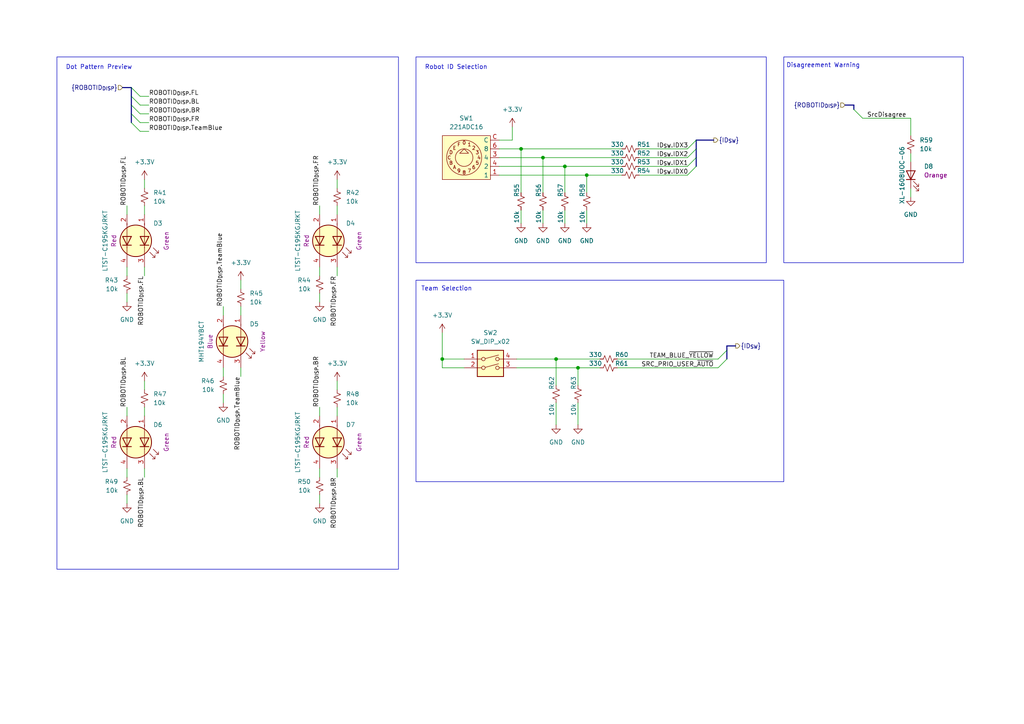
<source format=kicad_sch>
(kicad_sch (version 20231120) (generator "eeschema") (generator_version "8.0")
  (paper "A4")
  (title_block (title "Control") (date "2024-12-21") (rev "v3.0") (company "SSL A-Team") (comment 1 "Author: Will Stuckey"))
  (lib_symbols
    (symbol "AT-Switches:221ADC16"
      (property "Reference" "SW" (at 0 10.16 0))
      (property "Value" "221ADC16" (at 0 7.62 0))
      (symbol "221ADC16_0_0"
        (polyline (pts (xy -1.27 1.27) (xy 1.27 1.27) (xy 0 2.54) (xy -1.27 1.27)))
        (circle (center 0 0) (radius 2.54))
        (text "0" (at 0 4.318 0) (effects (font (size 1 1))))
        (text "1" (at 1.524 3.81 0) (effects (font (size 1 1))))
        (text "2" (at 2.794 2.794 0) (effects (font (size 1 1))))
        (text "3" (at 3.81 1.524 0) (effects (font (size 1 1))))
        (text "4" (at 4.318 0 0) (effects (font (size 1 1))))
        (text "5" (at 3.81 -1.524 0) (effects (font (size 1 1))))
        (text "6" (at 2.794 -2.794 0) (effects (font (size 1 1))))
        (text "7" (at 1.524 -3.81 0) (effects (font (size 1 1))))
        (text "8" (at 0 -4.318 0) (effects (font (size 1 1))))
        (text "9" (at -1.524 -3.81 0) (effects (font (size 1 1))))
        (text "A" (at -2.794 -2.794 0) (effects (font (size 1 1))))
        (text "B" (at -3.81 -1.524 0) (effects (font (size 1 1))))
        (text "C" (at -4.318 0 0) (effects (font (size 1 1))))
        (text "D" (at -3.81 1.524 0) (effects (font (size 1 1))))
        (text "E" (at -2.794 2.794 0) (effects (font (size 1 1))))
        (text "F" (at -1.524 3.81 0) (effects (font (size 1 1))))
      )
      (symbol "221ADC16_0_1"
        (rectangle (start -6.35 6.35) (end 7.62 -6.35) (fill (type background)))
        (circle (center 0 0) (radius 5.08))
      )
      (symbol "221ADC16_1_1"
        (pin passive line (at 10.16 -5.08 180) (length 2.54) (name "1") (number "1"))
        (pin passive line (at 10.16 0 180) (length 2.54) (name "4") (number "3"))
        (pin passive line (at 10.16 -2.54 180) (length 2.54) (name "2") (number "4"))
        (pin passive line (at 10.16 2.54 180) (length 2.54) (name "8") (number "6"))
        (pin passive line (at 10.16 5.08 180) (length 2.54) (name "C") (number "C"))
      )
    )
    (symbol "Device:LED" (pin_numbers hide) (pin_names (offset 1.016) hide)
      (property "Reference" "D" (at 0 2.54 0))
      (property "Value" "LED" (at 0 -2.54 0))
      (symbol "LED_0_1"
        (polyline (pts (xy -1.27 -1.27) (xy -1.27 1.27)) (stroke (width 0.254)))
        (polyline (pts (xy -1.27 0) (xy 1.27 0)))
        (polyline (pts (xy 1.27 -1.27) (xy 1.27 1.27) (xy -1.27 0) (xy 1.27 -1.27)) (stroke (width 0.254)))
        (polyline (pts (xy -3.048 -0.762) (xy -4.572 -2.286) (xy -3.81 -2.286) (xy -4.572 -2.286) (xy -4.572 -1.524)))
        (polyline (pts (xy -1.778 -0.762) (xy -3.302 -2.286) (xy -2.54 -2.286) (xy -3.302 -2.286) (xy -3.302 -1.524)))
      )
      (symbol "LED_1_1"
        (pin passive line (at -3.81 0 0) (length 2.54) (name "K") (number "1"))
        (pin passive line (at 3.81 0 180) (length 2.54) (name "A") (number "2"))
      )
    )
    (symbol "Device:LED_Dual_AAKK" (pin_names (offset 0) hide)
      (property "Reference" "D" (at 0 5.715 0))
      (property "Value" "LED_Dual_AAKK" (at 0 -6.35 0))
      (symbol "LED_Dual_AAKK_0_1"
        (polyline (pts (xy -5.08 -2.54) (xy 2.032 -2.54)))
        (polyline (pts (xy -5.08 2.54) (xy 2.032 2.54)))
        (polyline (pts (xy 1.27 -1.27) (xy 1.27 -3.81)) (stroke (width 0.254)))
        (polyline (pts (xy 1.27 3.81) (xy 1.27 1.27)) (stroke (width 0.254)))
        (polyline (pts (xy 3.81 -2.54) (xy 1.905 -2.54)))
        (polyline (pts (xy 3.81 2.54) (xy 1.905 2.54)))
        (polyline (pts (xy -1.27 -1.27) (xy -1.27 -3.81) (xy 1.27 -2.54) (xy -1.27 -1.27)) (stroke (width 0.254)))
        (polyline (pts (xy -1.27 3.81) (xy -1.27 1.27) (xy 1.27 2.54) (xy -1.27 3.81)) (stroke (width 0.254)))
        (polyline (pts (xy 2.032 5.08) (xy 3.556 6.604) (xy 2.794 6.604) (xy 3.556 6.604) (xy 3.556 5.842)))
        (polyline (pts (xy 3.302 4.064) (xy 4.826 5.588) (xy 4.064 5.588) (xy 4.826 5.588) (xy 4.826 4.826)))
        (circle (center 0 0) (radius 4.572) (stroke (width 0.254)) (fill (type background)))
      )
      (symbol "LED_Dual_AAKK_1_1"
        (pin input line (at -7.62 2.54 0) (length 3.048) (name "A1") (number "1"))
        (pin input line (at -7.62 -2.54 0) (length 3.048) (name "A2") (number "2"))
        (pin input line (at 7.62 2.54 180) (length 3.81) (name "K1") (number "3"))
        (pin input line (at 7.62 -2.54 180) (length 3.81) (name "K2") (number "4"))
      )
    )
    (symbol "Device:R_Small_US" (pin_numbers hide) (pin_names (offset 0.254) hide)
      (property "Reference" "R" (at 0.762 0.508 0))
      (property "Value" "R_Small_US" (at 0.762 -1.016 0))
      (symbol "R_Small_US_1_1"
        (polyline (pts (xy 0 0) (xy 1.016 -0.381) (xy 0 -0.762) (xy -1.016 -1.143) (xy 0 -1.524)))
        (polyline (pts (xy 0 1.524) (xy 1.016 1.143) (xy 0 0.762) (xy -1.016 0.381) (xy 0 0)))
        (pin passive line (at 0 2.54 270) (length 1.016) (name "~") (number "1"))
        (pin passive line (at 0 -2.54 90) (length 1.016) (name "~") (number "2"))
      )
    )
    (symbol "Switch:SW_DIP_x02" (pin_names (offset 0) hide)
      (property "Reference" "SW" (at 0 6.35 0))
      (property "Value" "SW_DIP_x02" (at 0 -3.81 0))
      (symbol "SW_DIP_x02_0_0"
        (circle (center -2.032 0) (radius 0.508))
        (circle (center -2.032 2.54) (radius 0.508))
        (polyline (pts (xy -1.524 0.127) (xy 2.3622 1.1684)))
        (polyline (pts (xy -1.524 2.667) (xy 2.3622 3.7084)))
        (circle (center 2.032 0) (radius 0.508))
        (circle (center 2.032 2.54) (radius 0.508))
      )
      (symbol "SW_DIP_x02_0_1"
        (rectangle (start -3.81 5.08) (end 3.81 -2.54) (stroke (width 0.254)) (fill (type background)))
      )
      (symbol "SW_DIP_x02_1_1"
        (pin passive line (at -7.62 2.54 0) (length 5.08) (name "~") (number "1"))
        (pin passive line (at -7.62 0 0) (length 5.08) (name "~") (number "2"))
        (pin passive line (at 7.62 0 180) (length 5.08) (name "~") (number "3"))
        (pin passive line (at 7.62 2.54 180) (length 5.08) (name "~") (number "4"))
      )
    )
    (symbol "power:+3.3V" (power) (pin_names (offset 0))
      (property "Value" "+3.3V" (at 0 3.556 0))
      (symbol "+3.3V_0_1"
        (polyline (pts (xy -0.762 1.27) (xy 0 2.54)))
        (polyline (pts (xy 0 0) (xy 0 2.54)))
        (polyline (pts (xy 0 2.54) (xy 0.762 1.27)))
      )
      (symbol "+3.3V_1_1"
        (pin power_in line (at 0 0 90) (length 0) hide (name "+3.3V") (number "1"))
      )
    )
    (symbol "power:GND" (power) (pin_names (offset 0))
      (property "Value" "GND" (at 0 -3.81 0))
      (symbol "GND_0_1"
        (polyline (pts (xy 0 0) (xy 0 -1.27) (xy 1.27 -1.27) (xy 0 -2.54) (xy -1.27 -1.27) (xy 0 -1.27)))
      )
      (symbol "GND_1_1"
        (pin power_in line (at 0 0 270) (length 0) hide (name "GND") (number "1"))
      )
    )
  )
  (bus_alias "ID_{SW}" (members "IDX0" "IDX1" "IDX2" "IDX3" "TEAM_BLUE_~{YELLOW}" "SRC_PRIO_USER_~{AUTO}"))
  (bus_alias "ROBOTID_{DISP}" (members "FL" "BL" "BR" "FR" "TeamBlue" "SrcDisagree"))
  (junction (at 163.83 48.26))
  (junction (at 161.29 104.14))
  (junction (at 151.13 43.18))
  (junction (at 170.18 50.8))
  (junction (at 157.48 45.72))
  (junction (at 128.27 104.14))
  (junction (at 167.64 106.68))
  (bus_entry (at 210.82 104.14) (size -2.54 2.54))
  (bus_entry (at 38.1 25.4) (size 2.54 2.54))
  (bus_entry (at 38.1 33.02) (size 2.54 2.54))
  (bus_entry (at 201.93 43.18) (size -2.54 2.54))
  (bus_entry (at 201.93 45.72) (size -2.54 2.54))
  (bus_entry (at 38.1 30.48) (size 2.54 2.54))
  (bus_entry (at 201.93 40.64) (size -2.54 2.54))
  (bus_entry (at 38.1 27.94) (size 2.54 2.54))
  (bus_entry (at 201.93 48.26) (size -2.54 2.54))
  (bus_entry (at 38.1 35.56) (size 2.54 2.54))
  (bus_entry (at 247.65 31.75) (size 2.54 2.54))
  (bus_entry (at 210.82 101.6) (size -2.54 2.54))
  (wire (pts (xy 151.13 43.18) (xy 151.13 55.88)))
  (wire (pts (xy 163.83 48.26) (xy 180.34 48.26)))
  (wire (pts (xy 41.91 52.07) (xy 41.91 54.61)))
  (bus (pts (xy 38.1 30.48) (xy 38.1 33.02)))
  (wire (pts (xy 128.27 104.14) (xy 134.62 104.14)))
  (wire (pts (xy 167.64 106.68) (xy 167.64 111.76)))
  (wire (pts (xy 97.79 59.69) (xy 97.79 62.23)))
  (wire (pts (xy 64.77 88.9) (xy 64.77 91.44)))
  (wire (pts (xy 36.83 143.51) (xy 36.83 146.05)))
  (wire (pts (xy 163.83 60.96) (xy 163.83 64.77)))
  (wire (pts (xy 144.78 45.72) (xy 157.48 45.72)))
  (wire (pts (xy 36.83 59.69) (xy 36.83 62.23)))
  (wire (pts (xy 36.83 77.47) (xy 36.83 80.01)))
  (wire (pts (xy 40.64 38.1) (xy 43.18 38.1)))
  (wire (pts (xy 41.91 138.43) (xy 41.91 135.89)))
  (wire (pts (xy 40.64 35.56) (xy 43.18 35.56)))
  (bus (pts (xy 210.82 100.33) (xy 210.82 101.6)))
  (wire (pts (xy 148.59 36.83) (xy 148.59 40.64)))
  (wire (pts (xy 97.79 138.43) (xy 97.79 135.89)))
  (wire (pts (xy 128.27 106.68) (xy 128.27 104.14)))
  (wire (pts (xy 144.78 48.26) (xy 163.83 48.26)))
  (wire (pts (xy 40.64 27.94) (xy 43.18 27.94)))
  (wire (pts (xy 92.71 77.47) (xy 92.71 80.01)))
  (wire (pts (xy 40.64 30.48) (xy 43.18 30.48)))
  (wire (pts (xy 40.64 33.02) (xy 43.18 33.02)))
  (bus (pts (xy 210.82 101.6) (xy 210.82 104.14)))
  (wire (pts (xy 97.79 52.07) (xy 97.79 54.61)))
  (wire (pts (xy 134.62 106.68) (xy 128.27 106.68)))
  (wire (pts (xy 167.64 106.68) (xy 173.99 106.68)))
  (wire (pts (xy 144.78 50.8) (xy 170.18 50.8)))
  (wire (pts (xy 41.91 80.01) (xy 41.91 77.47)))
  (wire (pts (xy 92.71 118.11) (xy 92.71 120.65)))
  (wire (pts (xy 179.07 106.68) (xy 208.28 106.68)))
  (wire (pts (xy 69.85 88.9) (xy 69.85 91.44)))
  (wire (pts (xy 170.18 50.8) (xy 170.18 55.88)))
  (wire (pts (xy 92.71 59.69) (xy 92.71 62.23)))
  (wire (pts (xy 36.83 85.09) (xy 36.83 87.63)))
  (bus (pts (xy 201.93 40.64) (xy 207.01 40.64)))
  (wire (pts (xy 151.13 60.96) (xy 151.13 64.77)))
  (wire (pts (xy 264.16 34.29) (xy 264.16 39.37)))
  (wire (pts (xy 163.83 48.26) (xy 163.83 55.88)))
  (bus (pts (xy 201.93 43.18) (xy 201.93 45.72)))
  (bus (pts (xy 38.1 25.4) (xy 38.1 27.94)))
  (wire (pts (xy 151.13 43.18) (xy 180.34 43.18)))
  (wire (pts (xy 185.42 48.26) (xy 199.39 48.26)))
  (wire (pts (xy 41.91 118.11) (xy 41.91 120.65)))
  (wire (pts (xy 185.42 50.8) (xy 199.39 50.8)))
  (bus (pts (xy 35.56 25.4) (xy 38.1 25.4)))
  (wire (pts (xy 185.42 43.18) (xy 199.39 43.18)))
  (wire (pts (xy 144.78 40.64) (xy 148.59 40.64)))
  (wire (pts (xy 157.48 45.72) (xy 157.48 55.88)))
  (wire (pts (xy 264.16 54.61) (xy 264.16 57.15)))
  (wire (pts (xy 170.18 60.96) (xy 170.18 64.77)))
  (wire (pts (xy 144.78 43.18) (xy 151.13 43.18)))
  (wire (pts (xy 69.85 81.28) (xy 69.85 83.82)))
  (wire (pts (xy 170.18 50.8) (xy 180.34 50.8)))
  (bus (pts (xy 38.1 27.94) (xy 38.1 30.48)))
  (wire (pts (xy 149.86 104.14) (xy 161.29 104.14)))
  (wire (pts (xy 157.48 60.96) (xy 157.48 64.77)))
  (wire (pts (xy 92.71 85.09) (xy 92.71 87.63)))
  (wire (pts (xy 92.71 143.51) (xy 92.71 146.05)))
  (wire (pts (xy 97.79 80.01) (xy 97.79 77.47)))
  (wire (pts (xy 64.77 114.3) (xy 64.77 116.84)))
  (wire (pts (xy 157.48 45.72) (xy 180.34 45.72)))
  (bus (pts (xy 245.11 30.48) (xy 247.65 30.48)))
  (wire (pts (xy 128.27 96.52) (xy 128.27 104.14)))
  (wire (pts (xy 69.85 106.68) (xy 69.85 109.22)))
  (wire (pts (xy 36.83 135.89) (xy 36.83 138.43)))
  (wire (pts (xy 92.71 135.89) (xy 92.71 138.43)))
  (wire (pts (xy 36.83 118.11) (xy 36.83 120.65)))
  (wire (pts (xy 179.07 104.14) (xy 208.28 104.14)))
  (bus (pts (xy 201.93 45.72) (xy 201.93 48.26)))
  (wire (pts (xy 149.86 106.68) (xy 167.64 106.68)))
  (wire (pts (xy 167.64 116.84) (xy 167.64 123.19)))
  (bus (pts (xy 38.1 33.02) (xy 38.1 35.56)))
  (wire (pts (xy 41.91 59.69) (xy 41.91 62.23)))
  (bus (pts (xy 201.93 40.64) (xy 201.93 43.18)))
  (bus (pts (xy 213.36 100.33) (xy 210.82 100.33)))
  (bus (pts (xy 247.65 30.48) (xy 247.65 31.75)))
  (wire (pts (xy 41.91 110.49) (xy 41.91 113.03)))
  (wire (pts (xy 64.77 106.68) (xy 64.77 109.22)))
  (wire (pts (xy 97.79 110.49) (xy 97.79 113.03)))
  (wire (pts (xy 97.79 118.11) (xy 97.79 120.65)))
  (wire (pts (xy 161.29 104.14) (xy 173.99 104.14)))
  (wire (pts (xy 161.29 104.14) (xy 161.29 111.76)))
  (wire (pts (xy 185.42 45.72) (xy 199.39 45.72)))
  (wire (pts (xy 264.16 46.99) (xy 264.16 44.45)))
  (wire (pts (xy 161.29 116.84) (xy 161.29 123.19)))
  (wire (pts (xy 250.19 34.29) (xy 264.16 34.29)))
  (rectangle (start 120.65 16.51) (end 222.25 76.2))
  (rectangle (start 120.65 81.28) (end 227.33 139.7))
  (rectangle (start 16.51 16.51) (end 115.57 165.1))
  (rectangle (start 227.33 16.51) (end 279.4 76.2))
  (text "Disagreement Warning" (at 238.76 19.05 0) (effects (font (size 1.27 1.27))))
  (text "Dot Pattern Preview" (at 19.05 20.32 0) (effects (font (size 1.27 1.27)) (justify left bottom)))
  (text "Robot ID Selection" (at 123.19 20.32 0) (effects (font (size 1.27 1.27)) (justify left bottom)))
  (text "Team Selection" (at 129.54 83.82 0) (effects (font (size 1.27 1.27))))
  (label "ROBOTID_{DISP}.TeamBlue" (at 43.18 38.1 0))
  (label "ROBOTID_{DISP}.FL" (at 41.91 80.01 270))
  (label "ID_{SW}.IDX1" (at 190.5 48.26 0))
  (label "ID_{SW}.IDX3" (at 190.5 43.18 0))
  (label "ROBOTID_{DISP}.BR" (at 92.71 118.11 90))
  (label "ROBOTID_{DISP}.FR" (at 97.79 80.01 270))
  (label "ROBOTID_{DISP}.FL" (at 36.83 59.69 90))
  (label "SrcDisagree" (at 251.46 34.29 0))
  (label "ROBOTID_{DISP}.FR" (at 43.18 35.56 0))
  (label "ROBOTID_{DISP}.TeamBlue" (at 69.85 109.22 270))
  (label "ID_{SW}.IDX0" (at 190.5 50.8 0))
  (label "ROBOTID_{DISP}.BL" (at 36.83 118.11 90))
  (label "TEAM_BLUE_~{YELLOW}" (at 207.01 104.14 180))
  (label "ROBOTID_{DISP}.FL" (at 43.18 27.94 0))
  (label "ROBOTID_{DISP}.FR" (at 92.71 59.69 90))
  (label "ROBOTID_{DISP}.BL" (at 43.18 30.48 0))
  (label "ID_{SW}.IDX2" (at 190.5 45.72 0))
  (label "ROBOTID_{DISP}.BL" (at 41.91 138.43 270))
  (label "ROBOTID_{DISP}.BR" (at 97.79 138.43 270))
  (label "ROBOTID_{DISP}.TeamBlue" (at 64.77 88.9 90))
  (label "SRC_PRIO_USER_~{AUTO}" (at 207.01 106.68 180))
  (label "ROBOTID_{DISP}.BR" (at 43.18 33.02 0))
  (hierarchical_label "{ROBOTID_{DISP}}" (shape input) (at 245.11 30.48 180))
  (hierarchical_label "{ID_{SW}}" (shape output) (at 207.01 40.64 0))
  (hierarchical_label "{ID_{SW}}" (shape output) (at 213.36 100.33 0))
  (hierarchical_label "{ROBOTID_{DISP}}" (shape input) (at 35.56 25.4 180))
  (symbol (lib_id "power:GND") (at 157.48 64.77 0) (unit 1)
    (property "Reference" "#PWR072" (effects (hide yes)))
    (property "Value" "GND" (at 157.48 69.85 0))
  )
  (symbol (lib_id "Device:R_Small_US") (at 41.91 57.15 180) (unit 1)
    (property "Reference" "R41" (at 44.45 55.8799 0) (effects (justify right)))
    (property "Value" "10k" (at 44.45 58.4199 0) (effects (justify right)))
    (property "Footprint" "Resistor_SMD:R_0402_1005Metric" (effects (hide yes)))
  )
  (symbol (lib_id "power:+3.3V") (at 41.91 52.07 0) (unit 1)
    (property "Reference" "#PWR060" (effects (hide yes)))
    (property "Value" "+3.3V" (at 41.91 46.99 0))
  )
  (symbol (lib_id "power:+3.3V") (at 41.91 110.49 0) (unit 1)
    (property "Reference" "#PWR065" (effects (hide yes)))
    (property "Value" "+3.3V" (at 41.91 105.41 0))
  )
  (symbol (lib_id "Device:R_Small_US") (at 161.29 114.3 180) (unit 1)
    (property "Reference" "R62" (at 160.02 113.03 90) (effects (justify right)))
    (property "Value" "10k" (at 160.02 120.65 90) (effects (justify right)))
    (property "Footprint" "Resistor_SMD:R_0402_1005Metric" (effects (hide yes)))
  )
  (symbol (lib_id "power:+3.3V") (at 97.79 52.07 0) (unit 1)
    (property "Reference" "#PWR061" (effects (hide yes)))
    (property "Value" "+3.3V" (at 97.79 46.99 0))
  )
  (symbol (lib_id "Device:R_Small_US") (at 92.71 140.97 0) (mirror x) (unit 1)
    (property "Reference" "R50" (at 90.17 139.6999 0) (effects (justify right)))
    (property "Value" "10k" (at 90.17 142.2399 0) (effects (justify right)))
    (property "Footprint" "Resistor_SMD:R_0402_1005Metric" (effects (hide yes)))
  )
  (symbol (lib_id "Device:R_Small_US") (at 182.88 48.26 90) (unit 1)
    (property "Reference" "R53" (at 186.69 46.99 90))
    (property "Value" "330" (at 179.07 46.99 90))
    (property "Footprint" "Resistor_SMD:R_0402_1005Metric" (effects (hide yes)))
  )
  (symbol (lib_id "power:GND") (at 151.13 64.77 0) (unit 1)
    (property "Reference" "#PWR071" (effects (hide yes)))
    (property "Value" "GND" (at 151.13 69.85 0))
  )
  (symbol (lib_id "Device:R_Small_US") (at 97.79 115.57 180) (unit 1)
    (property "Reference" "R48" (at 100.33 114.2999 0) (effects (justify right)))
    (property "Value" "10k" (at 100.33 116.8399 0) (effects (justify right)))
    (property "Footprint" "Resistor_SMD:R_0402_1005Metric" (effects (hide yes)))
  )
  (symbol (lib_id "power:+3.3V") (at 128.27 96.52 0) (unit 1)
    (property "Reference" "#PWR076" (effects (hide yes)))
    (property "Value" "+3.3V" (at 128.27 91.44 0))
  )
  (symbol (lib_id "Device:R_Small_US") (at 176.53 106.68 90) (unit 1)
    (property "Reference" "R61" (at 180.34 105.41 90))
    (property "Value" "330" (at 172.72 105.41 90))
    (property "Footprint" "Resistor_SMD:R_0402_1005Metric" (effects (hide yes)))
  )
  (symbol (lib_id "Device:R_Small_US") (at 36.83 82.55 0) (mirror x) (unit 1)
    (property "Reference" "R43" (at 34.29 81.2799 0) (effects (justify right)))
    (property "Value" "10k" (at 34.29 83.8199 0) (effects (justify right)))
    (property "Footprint" "Resistor_SMD:R_0402_1005Metric" (effects (hide yes)))
  )
  (symbol (lib_id "Switch:SW_DIP_x02") (at 142.24 106.68 0) (unit 1)
    (property "Reference" "SW2" (at 142.24 96.52 0))
    (property "Value" "SW_DIP_x02" (at 142.24 99.06 0))
    (property "Description" "2x DIP Switch, Single Pole Single Throw (SPST) switch, small symbol" (effects (hide yes)))
  )
  (symbol (lib_id "Device:R_Small_US") (at 64.77 111.76 0) (mirror x) (unit 1)
    (property "Reference" "R46" (at 62.23 110.4899 0) (effects (justify right)))
    (property "Value" "10k" (at 62.23 113.0299 0) (effects (justify right)))
    (property "Footprint" "Resistor_SMD:R_0402_1005Metric" (effects (hide yes)))
  )
  (symbol (lib_id "Device:LED_Dual_AAKK") (at 95.25 128.27 270) (unit 1)
    (property "Reference" "D7" (at 100.33 123.19 90) (effects (justify left)))
    (property "Value" "LTST-C195KGJRKT" (at 86.36 128.27 0))
    (property "Footprint" "AT-LED:LED0606_S_1324" (effects (hide yes)))
    (property "Value13" "Green" (at 104.14 128.27 0))
    (property "Value24" "Red" (at 88.9 128.27 0))
  )
  (symbol (lib_id "Device:R_Small_US") (at 69.85 86.36 180) (unit 1)
    (property "Reference" "R45" (at 72.39 85.0899 0) (effects (justify right)))
    (property "Value" "10k" (at 72.39 87.6299 0) (effects (justify right)))
    (property "Footprint" "Resistor_SMD:R_0402_1005Metric" (effects (hide yes)))
  )
  (symbol (lib_id "Device:LED_Dual_AAKK") (at 95.25 69.85 270) (unit 1)
    (property "Reference" "D4" (at 100.33 64.77 90) (effects (justify left)))
    (property "Value" "LTST-C195KGJRKT" (at 86.36 69.85 0))
    (property "Footprint" "AT-LED:LED0606_S_1324" (effects (hide yes)))
    (property "Value13" "Green" (at 104.14 69.85 0))
    (property "Value24" "Red" (at 88.9 69.85 0))
  )
  (symbol (lib_id "Device:R_Small_US") (at 176.53 104.14 90) (unit 1)
    (property "Reference" "R60" (at 180.34 102.87 90))
    (property "Value" "330" (at 172.72 102.87 90))
    (property "Footprint" "Resistor_SMD:R_0402_1005Metric" (effects (hide yes)))
  )
  (symbol (lib_id "power:GND") (at 64.77 116.84 0) (unit 1)
    (property "Reference" "#PWR067" (effects (hide yes)))
    (property "Value" "GND" (at 64.77 121.92 0))
  )
  (symbol (lib_id "power:GND") (at 163.83 64.77 0) (unit 1)
    (property "Reference" "#PWR073" (effects (hide yes)))
    (property "Value" "GND" (at 163.83 69.85 0))
  )
  (symbol (lib_id "power:GND") (at 167.64 123.19 0) (unit 1)
    (property "Reference" "#PWR078" (effects (hide yes)))
    (property "Value" "GND" (at 167.64 128.27 0))
  )
  (symbol (lib_id "power:GND") (at 170.18 64.77 0) (unit 1)
    (property "Reference" "#PWR074" (effects (hide yes)))
    (property "Value" "GND" (at 170.18 69.85 0))
  )
  (symbol (lib_id "AT-Switches:221ADC16") (at 134.62 45.72 0) (unit 1)
    (property "Reference" "SW1" (at 135.255 34.29 0))
    (property "Value" "221ADC16" (at 135.255 36.83 0))
    (property "Footprint" "AT-Switches:221ADC16" (effects (hide yes)))
    (property "Datasheet" "https://www.ctscorp.com/wp-content/uploads/221.pdf" (effects (hide yes)))
  )
  (symbol (lib_id "Device:LED_Dual_AAKK") (at 39.37 128.27 270) (unit 1)
    (property "Reference" "D6" (at 44.45 123.19 90) (effects (justify left)))
    (property "Value" "LTST-C195KGJRKT" (at 30.48 128.27 0))
    (property "Footprint" "AT-LED:LED0606_S_1324" (effects (hide yes)))
    (property "Value13" "Green" (at 48.26 128.27 0))
    (property "Value24" "Red" (at 33.02 128.27 0))
  )
  (symbol (lib_id "power:GND") (at 264.16 57.15 0) (unit 1)
    (property "Reference" "#PWR075" (effects (hide yes)))
    (property "Value" "GND" (at 264.16 62.23 0))
  )
  (symbol (lib_id "Device:R_Small_US") (at 167.64 114.3 180) (unit 1)
    (property "Reference" "R63" (at 166.37 113.03 90) (effects (justify right)))
    (property "Value" "10k" (at 166.37 120.65 90) (effects (justify right)))
    (property "Footprint" "Resistor_SMD:R_0402_1005Metric" (effects (hide yes)))
  )
  (symbol (lib_id "power:GND") (at 92.71 87.63 0) (unit 1)
    (property "Reference" "#PWR064" (effects (hide yes)))
    (property "Value" "GND" (at 92.71 92.71 0))
  )
  (symbol (lib_id "power:+3.3V") (at 69.85 81.28 0) (unit 1)
    (property "Reference" "#PWR062" (effects (hide yes)))
    (property "Value" "+3.3V" (at 69.85 76.2 0))
  )
  (symbol (lib_id "Device:LED_Dual_AAKK") (at 39.37 69.85 270) (unit 1)
    (property "Reference" "D3" (at 44.45 64.77 90) (effects (justify left)))
    (property "Value" "LTST-C195KGJRKT" (at 30.48 69.85 0))
    (property "Footprint" "AT-LED:LED0606_S_1324" (effects (hide yes)))
    (property "Value13" "Green" (at 48.26 69.85 0))
    (property "Value24" "Red" (at 33.02 69.85 0))
  )
  (symbol (lib_id "power:GND") (at 36.83 87.63 0) (unit 1)
    (property "Reference" "#PWR063" (effects (hide yes)))
    (property "Value" "GND" (at 36.83 92.71 0))
  )
  (symbol (lib_id "Device:R_Small_US") (at 163.83 58.42 180) (unit 1)
    (property "Reference" "R57" (at 162.56 57.15 90) (effects (justify right)))
    (property "Value" "10k" (at 162.56 64.77 90) (effects (justify right)))
    (property "Footprint" "Resistor_SMD:R_0402_1005Metric" (effects (hide yes)))
  )
  (symbol (lib_id "Device:R_Small_US") (at 151.13 58.42 180) (unit 1)
    (property "Reference" "R55" (at 149.86 57.15 90) (effects (justify right)))
    (property "Value" "10k" (at 149.86 64.77 90) (effects (justify right)))
    (property "Footprint" "Resistor_SMD:R_0402_1005Metric" (effects (hide yes)))
  )
  (symbol (lib_id "Device:LED_Dual_AAKK") (at 67.31 99.06 270) (unit 1)
    (property "Reference" "D5" (at 72.39 93.98 90) (effects (justify left)))
    (property "Value" "MHT194YBCT" (at 58.42 99.06 0))
    (property "Footprint" "AT-LED:LED0606_Z_1324" (effects (hide yes)))
    (property "Value13" "Yellow" (at 76.2 99.06 0))
    (property "Value24" "Blue" (at 60.96 99.06 0))
  )
  (symbol (lib_id "Device:LED") (at 264.16 50.8 90) (unit 1)
    (property "Reference" "D8" (at 267.97 48.26 90) (effects (justify right)))
    (property "Value" "XL-1608UOC-06" (at 261.62 50.8 0))
    (property "Footprint" "AT-LED:LED0603" (effects (hide yes)))
    (property "Value2" "Orange" (at 267.97 50.8 90) (effects (justify right)))
  )
  (symbol (lib_id "Device:R_Small_US") (at 182.88 50.8 90) (unit 1)
    (property "Reference" "R54" (at 186.69 49.53 90))
    (property "Value" "330" (at 179.07 49.53 90))
    (property "Footprint" "Resistor_SMD:R_0402_1005Metric" (effects (hide yes)))
  )
  (symbol (lib_id "power:GND") (at 36.83 146.05 0) (unit 1)
    (property "Reference" "#PWR068" (effects (hide yes)))
    (property "Value" "GND" (at 36.83 151.13 0))
  )
  (symbol (lib_id "power:+3.3V") (at 97.79 110.49 0) (unit 1)
    (property "Reference" "#PWR066" (effects (hide yes)))
    (property "Value" "+3.3V" (at 97.79 105.41 0))
  )
  (symbol (lib_id "Device:R_Small_US") (at 92.71 82.55 0) (mirror x) (unit 1)
    (property "Reference" "R44" (at 90.17 81.2799 0) (effects (justify right)))
    (property "Value" "10k" (at 90.17 83.8199 0) (effects (justify right)))
    (property "Footprint" "Resistor_SMD:R_0402_1005Metric" (effects (hide yes)))
  )
  (symbol (lib_id "Device:R_Small_US") (at 97.79 57.15 180) (unit 1)
    (property "Reference" "R42" (at 100.33 55.8799 0) (effects (justify right)))
    (property "Value" "10k" (at 100.33 58.4199 0) (effects (justify right)))
    (property "Footprint" "Resistor_SMD:R_0402_1005Metric" (effects (hide yes)))
  )
  (symbol (lib_id "Device:R_Small_US") (at 170.18 58.42 180) (unit 1)
    (property "Reference" "R58" (at 168.91 57.15 90) (effects (justify right)))
    (property "Value" "10k" (at 168.91 64.77 90) (effects (justify right)))
    (property "Footprint" "Resistor_SMD:R_0402_1005Metric" (effects (hide yes)))
  )
  (symbol (lib_id "Device:R_Small_US") (at 157.48 58.42 180) (unit 1)
    (property "Reference" "R56" (at 156.21 57.15 90) (effects (justify right)))
    (property "Value" "10k" (at 156.21 64.77 90) (effects (justify right)))
    (property "Footprint" "Resistor_SMD:R_0402_1005Metric" (effects (hide yes)))
  )
  (symbol (lib_id "Device:R_Small_US") (at 41.91 115.57 180) (unit 1)
    (property "Reference" "R47" (at 44.45 114.2999 0) (effects (justify right)))
    (property "Value" "10k" (at 44.45 116.8399 0) (effects (justify right)))
    (property "Footprint" "Resistor_SMD:R_0402_1005Metric" (effects (hide yes)))
  )
  (symbol (lib_id "power:+3.3V") (at 148.59 36.83 0) (unit 1)
    (property "Reference" "#PWR070" (effects (hide yes)))
    (property "Value" "+3.3V" (at 148.59 31.75 0))
  )
  (symbol (lib_id "Device:R_Small_US") (at 36.83 140.97 0) (mirror x) (unit 1)
    (property "Reference" "R49" (at 34.29 139.6999 0) (effects (justify right)))
    (property "Value" "10k" (at 34.29 142.2399 0) (effects (justify right)))
    (property "Footprint" "Resistor_SMD:R_0402_1005Metric" (effects (hide yes)))
  )
  (symbol (lib_id "Device:R_Small_US") (at 264.16 41.91 0) (unit 1)
    (property "Reference" "R59" (at 266.7 40.6399 0) (effects (justify left)))
    (property "Value" "10k" (at 266.7 43.1799 0) (effects (justify left)))
    (property "Footprint" "Resistor_SMD:R_0402_1005Metric" (effects (hide yes)))
  )
  (symbol (lib_id "Device:R_Small_US") (at 182.88 45.72 90) (unit 1)
    (property "Reference" "R52" (at 186.69 44.45 90))
    (property "Value" "330" (at 179.07 44.45 90))
    (property "Footprint" "Resistor_SMD:R_0402_1005Metric" (effects (hide yes)))
  )
  (symbol (lib_id "Device:R_Small_US") (at 182.88 43.18 90) (unit 1)
    (property "Reference" "R51" (at 186.69 41.91 90))
    (property "Value" "330" (at 179.07 41.91 90))
    (property "Footprint" "Resistor_SMD:R_0402_1005Metric" (effects (hide yes)))
  )
  (symbol (lib_id "power:GND") (at 161.29 123.19 0) (unit 1)
    (property "Reference" "#PWR077" (effects (hide yes)))
    (property "Value" "GND" (at 161.29 128.27 0))
  )
  (symbol (lib_id "power:GND") (at 92.71 146.05 0) (unit 1)
    (property "Reference" "#PWR069" (effects (hide yes)))
    (property "Value" "GND" (at 92.71 151.13 0))
  )
)
</source>
